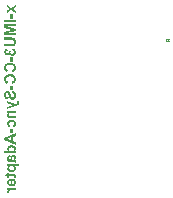
<source format=gbo>
G04*
G04 #@! TF.GenerationSoftware,Altium Limited,CircuitStudio,1.5.2 (30)*
G04*
G04 Layer_Color=13948096*
%FSLAX25Y25*%
%MOIN*%
G70*
G01*
G75*
%ADD16C,0.00079*%
G36*
X408440Y465082D02*
X407717D01*
Y466507D01*
X408440D01*
Y465082D01*
D02*
G37*
G36*
X409449Y464234D02*
X408590Y463921D01*
Y462411D01*
X409449Y462079D01*
Y461250D01*
X405668Y462762D01*
Y463572D01*
X409449Y465043D01*
Y464234D01*
D02*
G37*
G36*
X408207Y469518D02*
X408320Y469508D01*
X408428Y469491D01*
X408529Y469466D01*
X408622Y469439D01*
X408708Y469410D01*
X408787Y469378D01*
X408858Y469343D01*
X408922Y469311D01*
X408977Y469279D01*
X409023Y469250D01*
X409063Y469222D01*
X409092Y469198D01*
X409114Y469181D01*
X409127Y469171D01*
X409131Y469166D01*
X409198Y469097D01*
X409257Y469023D01*
X409306Y468945D01*
X409350Y468866D01*
X409387Y468785D01*
X409417Y468706D01*
X409444Y468627D01*
X409464Y468553D01*
X409478Y468482D01*
X409491Y468416D01*
X409498Y468357D01*
X409505Y468307D01*
Y468285D01*
X409508Y468266D01*
Y468248D01*
X409510Y468234D01*
Y468221D01*
Y468214D01*
Y468209D01*
Y468207D01*
X409508Y468111D01*
X409501Y468020D01*
X409488Y467934D01*
X409471Y467852D01*
X409454Y467776D01*
X409432Y467707D01*
X409410Y467646D01*
X409385Y467587D01*
X409363Y467537D01*
X409341Y467491D01*
X409318Y467454D01*
X409301Y467422D01*
X409284Y467397D01*
X409272Y467380D01*
X409264Y467368D01*
X409262Y467365D01*
X409213Y467309D01*
X409159Y467257D01*
X409099Y467208D01*
X409040Y467166D01*
X408979Y467127D01*
X408918Y467092D01*
X408856Y467060D01*
X408797Y467033D01*
X408740Y467008D01*
X408689Y466989D01*
X408642Y466974D01*
X408603Y466959D01*
X408568Y466950D01*
X408543Y466942D01*
X408534Y466940D01*
X408526D01*
X408524Y466937D01*
X408521D01*
X408401Y467651D01*
X408453Y467660D01*
X408499Y467675D01*
X408543Y467688D01*
X408585Y467702D01*
X408620Y467717D01*
X408654Y467734D01*
X408684Y467749D01*
X408708Y467764D01*
X408733Y467778D01*
X408753Y467793D01*
X408767Y467805D01*
X408782Y467815D01*
X408792Y467825D01*
X408799Y467833D01*
X408802Y467835D01*
X408804Y467837D01*
X408824Y467862D01*
X408841Y467889D01*
X408871Y467946D01*
X408890Y468002D01*
X408905Y468054D01*
X408913Y468103D01*
X408918Y468123D01*
Y468140D01*
X408920Y468155D01*
Y468165D01*
Y468172D01*
Y468175D01*
X408918Y468224D01*
X408910Y468273D01*
X408900Y468317D01*
X408888Y468359D01*
X408873Y468398D01*
X408856Y468435D01*
X408839Y468467D01*
X408819Y468497D01*
X408802Y468524D01*
X408785Y468548D01*
X408767Y468568D01*
X408753Y468585D01*
X408738Y468598D01*
X408728Y468608D01*
X408723Y468612D01*
X408721Y468615D01*
X408679Y468644D01*
X408632Y468669D01*
X408583Y468691D01*
X408529Y468708D01*
X408472Y468726D01*
X408413Y468738D01*
X408300Y468758D01*
X408246Y468762D01*
X408197Y468767D01*
X408150Y468772D01*
X408111Y468775D01*
X408079Y468777D01*
X408032D01*
X407953Y468775D01*
X407879Y468770D01*
X407810Y468762D01*
X407749Y468753D01*
X407692Y468740D01*
X407641Y468726D01*
X407594Y468713D01*
X407552Y468696D01*
X407518Y468681D01*
X407486Y468669D01*
X407461Y468654D01*
X407442Y468642D01*
X407424Y468632D01*
X407414Y468625D01*
X407407Y468620D01*
X407405Y468617D01*
X407373Y468585D01*
X407343Y468551D01*
X407318Y468516D01*
X407296Y468482D01*
X407279Y468445D01*
X407264Y468408D01*
X407250Y468374D01*
X407240Y468339D01*
X407232Y468307D01*
X407227Y468278D01*
X407223Y468251D01*
X407220Y468229D01*
X407218Y468211D01*
Y468197D01*
Y468187D01*
Y468184D01*
Y468148D01*
X407223Y468111D01*
X407235Y468047D01*
X407252Y467990D01*
X407272Y467941D01*
X407282Y467921D01*
X407291Y467904D01*
X407301Y467889D01*
X407309Y467874D01*
X407316Y467865D01*
X407321Y467857D01*
X407323Y467855D01*
X407326Y467852D01*
X407348Y467830D01*
X407370Y467808D01*
X407422Y467774D01*
X407476Y467744D01*
X407528Y467722D01*
X407574Y467707D01*
X407594Y467702D01*
X407614Y467697D01*
X407628Y467695D01*
X407638Y467692D01*
X407646Y467690D01*
X407648D01*
X407520Y466974D01*
X407439Y467001D01*
X407365Y467031D01*
X407296Y467063D01*
X407232Y467095D01*
X407173Y467132D01*
X407119Y467166D01*
X407070Y467200D01*
X407026Y467235D01*
X406989Y467269D01*
X406954Y467299D01*
X406927Y467328D01*
X406905Y467350D01*
X406885Y467373D01*
X406873Y467387D01*
X406866Y467397D01*
X406863Y467400D01*
X406824Y467456D01*
X406792Y467518D01*
X406763Y467582D01*
X406738Y467648D01*
X406718Y467715D01*
X406699Y467781D01*
X406686Y467845D01*
X406674Y467906D01*
X406664Y467965D01*
X406659Y468020D01*
X406654Y468069D01*
X406649Y468111D01*
Y468145D01*
X406647Y468172D01*
Y468182D01*
Y468189D01*
Y468192D01*
Y468194D01*
X406652Y468305D01*
X406664Y468411D01*
X406681Y468512D01*
X406706Y468605D01*
X406735Y468691D01*
X406767Y468770D01*
X406802Y468844D01*
X406836Y468910D01*
X406871Y468969D01*
X406905Y469021D01*
X406937Y469065D01*
X406967Y469100D01*
X406991Y469129D01*
X407009Y469149D01*
X407021Y469161D01*
X407026Y469166D01*
X407099Y469227D01*
X407181Y469284D01*
X407264Y469331D01*
X407350Y469373D01*
X407439Y469407D01*
X407528Y469437D01*
X407614Y469459D01*
X407697Y469478D01*
X407776Y469493D01*
X407850Y469503D01*
X407914Y469513D01*
X407943Y469515D01*
X407970Y469518D01*
X407997D01*
X408017Y469520D01*
X408037D01*
X408054Y469523D01*
X408083D01*
X408207Y469518D01*
D02*
G37*
G36*
X409456Y474831D02*
X409537Y474858D01*
X409611Y474888D01*
X409646Y474903D01*
X409675Y474917D01*
X409705Y474935D01*
X409729Y474949D01*
X409754Y474962D01*
X409773Y474976D01*
X409791Y474989D01*
X409805Y474999D01*
X409818Y475006D01*
X409825Y475013D01*
X409830Y475016D01*
X409833Y475018D01*
X409860Y475043D01*
X409882Y475070D01*
X409902Y475097D01*
X409919Y475127D01*
X409933Y475159D01*
X409946Y475190D01*
X409963Y475249D01*
X409970Y475279D01*
X409975Y475306D01*
X409978Y475331D01*
X409980Y475350D01*
X409983Y475368D01*
Y475380D01*
Y475390D01*
Y475392D01*
X409980Y475444D01*
X409978Y475498D01*
X409973Y475547D01*
X409965Y475596D01*
X409958Y475636D01*
X409956Y475653D01*
X409953Y475668D01*
X409951Y475680D01*
Y475690D01*
X409948Y475695D01*
Y475697D01*
X410517Y475633D01*
X410531Y475557D01*
X410541Y475483D01*
X410551Y475414D01*
X410556Y475353D01*
Y475326D01*
X410558Y475301D01*
Y475279D01*
X410561Y475259D01*
Y475245D01*
Y475235D01*
Y475227D01*
Y475225D01*
X410558Y475149D01*
X410553Y475080D01*
X410546Y475016D01*
X410539Y474962D01*
X410534Y474937D01*
X410531Y474917D01*
X410526Y474898D01*
X410524Y474883D01*
X410521Y474871D01*
X410519Y474861D01*
X410517Y474856D01*
Y474853D01*
X410499Y474794D01*
X410480Y474740D01*
X410457Y474693D01*
X410438Y474654D01*
X410421Y474622D01*
X410406Y474598D01*
X410396Y474583D01*
X410393Y474578D01*
X410361Y474536D01*
X410327Y474499D01*
X410293Y474465D01*
X410261Y474435D01*
X410231Y474411D01*
X410209Y474393D01*
X410199Y474389D01*
X410192Y474384D01*
X410189Y474379D01*
X410187D01*
X410162Y474361D01*
X410135Y474347D01*
X410076Y474315D01*
X410017Y474283D01*
X409958Y474256D01*
X409931Y474243D01*
X409904Y474231D01*
X409882Y474221D01*
X409862Y474214D01*
X409845Y474206D01*
X409833Y474201D01*
X409825Y474197D01*
X409823D01*
X409348Y474024D01*
X406711Y473055D01*
Y473808D01*
X408654Y474447D01*
X406711Y475102D01*
Y475874D01*
X409456Y474831D01*
D02*
G37*
G36*
X409449Y471872D02*
X408125D01*
X408049Y471870D01*
X407980Y471867D01*
X407916Y471865D01*
X407860Y471860D01*
X407808Y471855D01*
X407761Y471850D01*
X407722Y471845D01*
X407688Y471840D01*
X407658Y471835D01*
X407633Y471830D01*
X407614Y471825D01*
X407599Y471823D01*
X407587Y471820D01*
X407582Y471818D01*
X407579D01*
X407518Y471793D01*
X407466Y471761D01*
X407419Y471727D01*
X407380Y471692D01*
X407348Y471660D01*
X407326Y471636D01*
X407316Y471626D01*
X407311Y471619D01*
X407306Y471614D01*
Y471611D01*
X407272Y471555D01*
X407247Y471495D01*
X407227Y471437D01*
X407215Y471385D01*
X407208Y471341D01*
X407205Y471321D01*
Y471304D01*
X407203Y471289D01*
Y471279D01*
Y471274D01*
Y471272D01*
X407205Y471220D01*
X407215Y471171D01*
X407225Y471129D01*
X407240Y471092D01*
X407252Y471063D01*
X407264Y471040D01*
X407274Y471028D01*
X407277Y471023D01*
X407306Y470986D01*
X407338Y470954D01*
X407373Y470927D01*
X407405Y470908D01*
X407434Y470890D01*
X407456Y470881D01*
X407466Y470876D01*
X407473Y470873D01*
X407476Y470871D01*
X407478D01*
X407505Y470863D01*
X407540Y470856D01*
X407579Y470849D01*
X407623Y470844D01*
X407668Y470839D01*
X407717Y470836D01*
X407813Y470829D01*
X407860D01*
X407904Y470826D01*
X407946D01*
X407980Y470824D01*
X409449D01*
Y470098D01*
X407688D01*
X407633Y470101D01*
X407584Y470103D01*
X407537Y470106D01*
X407493Y470108D01*
X407454Y470111D01*
X407417Y470116D01*
X407385Y470118D01*
X407355Y470123D01*
X407331Y470128D01*
X407309Y470130D01*
X407291Y470133D01*
X407277Y470135D01*
X407267Y470138D01*
X407262Y470140D01*
X407259D01*
X407198Y470157D01*
X407141Y470179D01*
X407090Y470202D01*
X407045Y470226D01*
X407009Y470248D01*
X406994Y470258D01*
X406979Y470265D01*
X406969Y470273D01*
X406962Y470278D01*
X406959Y470280D01*
X406957Y470283D01*
X406908Y470325D01*
X406866Y470371D01*
X406826Y470423D01*
X406795Y470470D01*
X406770Y470514D01*
X406760Y470534D01*
X406750Y470551D01*
X406745Y470563D01*
X406740Y470573D01*
X406735Y470580D01*
Y470583D01*
X406706Y470659D01*
X406684Y470735D01*
X406669Y470807D01*
X406657Y470876D01*
X406654Y470905D01*
X406652Y470935D01*
X406649Y470959D01*
Y470979D01*
X406647Y470996D01*
Y471011D01*
Y471018D01*
Y471021D01*
X406649Y471070D01*
X406652Y471122D01*
X406667Y471215D01*
X406689Y471306D01*
X406718Y471392D01*
X406755Y471471D01*
X406795Y471545D01*
X406836Y471614D01*
X406878Y471675D01*
X406922Y471732D01*
X406964Y471781D01*
X407004Y471823D01*
X407038Y471860D01*
X407070Y471887D01*
X407092Y471906D01*
X407107Y471919D01*
X407109Y471924D01*
X406711D01*
Y472595D01*
X409449D01*
Y471872D01*
D02*
G37*
G36*
X408192Y461006D02*
X408310Y460996D01*
X408421Y460979D01*
X408521Y460959D01*
X408617Y460932D01*
X408703Y460905D01*
X408785Y460876D01*
X408856Y460844D01*
X408920Y460812D01*
X408974Y460782D01*
X409023Y460755D01*
X409060Y460728D01*
X409092Y460708D01*
X409114Y460691D01*
X409127Y460679D01*
X409131Y460676D01*
X409198Y460612D01*
X409257Y460544D01*
X409306Y460477D01*
X409350Y460408D01*
X409387Y460339D01*
X409417Y460273D01*
X409444Y460207D01*
X409464Y460145D01*
X409478Y460088D01*
X409491Y460034D01*
X409498Y459988D01*
X409505Y459946D01*
X409508Y459914D01*
X409510Y459887D01*
Y459879D01*
Y459872D01*
Y459870D01*
Y459867D01*
X409508Y459823D01*
X409505Y459781D01*
X409493Y459697D01*
X409473Y459619D01*
X409464Y459582D01*
X409454Y459550D01*
X409444Y459518D01*
X409434Y459491D01*
X409424Y459466D01*
X409414Y459446D01*
X409407Y459429D01*
X409402Y459417D01*
X409397Y459410D01*
Y459407D01*
X409375Y459365D01*
X409348Y459324D01*
X409294Y459247D01*
X409235Y459181D01*
X409208Y459149D01*
X409178Y459122D01*
X409154Y459097D01*
X409129Y459075D01*
X409104Y459055D01*
X409087Y459038D01*
X409070Y459026D01*
X409058Y459016D01*
X409050Y459011D01*
X409048Y459009D01*
X409449D01*
Y458337D01*
X405668D01*
Y459060D01*
X407031D01*
X406964Y459124D01*
X406903Y459191D01*
X406853Y459260D01*
X406809Y459326D01*
X406772Y459395D01*
X406740Y459461D01*
X406716Y459525D01*
X406694Y459584D01*
X406679Y459641D01*
X406667Y459695D01*
X406659Y459739D01*
X406652Y459781D01*
X406649Y459813D01*
X406647Y459838D01*
Y459845D01*
Y459852D01*
Y459855D01*
Y459857D01*
X406652Y459948D01*
X406662Y460037D01*
X406681Y460118D01*
X406704Y460197D01*
X406731Y460271D01*
X406763Y460337D01*
X406795Y460401D01*
X406829Y460458D01*
X406863Y460509D01*
X406895Y460554D01*
X406927Y460593D01*
X406954Y460625D01*
X406977Y460649D01*
X406996Y460669D01*
X407006Y460679D01*
X407011Y460684D01*
X407082Y460740D01*
X407161Y460792D01*
X407242Y460836D01*
X407328Y460873D01*
X407417Y460905D01*
X407505Y460930D01*
X407591Y460952D01*
X407675Y460969D01*
X407756Y460984D01*
X407830Y460994D01*
X407897Y461001D01*
X407926Y461004D01*
X407953Y461006D01*
X407980Y461009D01*
X408022D01*
X408039Y461011D01*
X408069D01*
X408192Y461006D01*
D02*
G37*
G36*
X408207Y449904D02*
X408305Y449894D01*
X408401Y449882D01*
X408489Y449865D01*
X408573Y449843D01*
X408649Y449821D01*
X408723Y449796D01*
X408787Y449771D01*
X408846Y449747D01*
X408898Y449722D01*
X408942Y449697D01*
X408979Y449678D01*
X409006Y449661D01*
X409028Y449648D01*
X409040Y449638D01*
X409045Y449636D01*
X409087Y449604D01*
X409127Y449567D01*
X409164Y449530D01*
X409198Y449493D01*
X409262Y449412D01*
X409313Y449326D01*
X409360Y449240D01*
X409397Y449151D01*
X409427Y449063D01*
X409451Y448979D01*
X409471Y448898D01*
X409486Y448822D01*
X409496Y448755D01*
X409501Y448723D01*
X409503Y448696D01*
X409505Y448669D01*
X409508Y448647D01*
Y448627D01*
X409510Y448610D01*
Y448595D01*
Y448586D01*
Y448581D01*
Y448578D01*
X409508Y448494D01*
X409501Y448416D01*
X409491Y448342D01*
X409478Y448271D01*
X409461Y448204D01*
X409444Y448143D01*
X409427Y448086D01*
X409407Y448034D01*
X409387Y447988D01*
X409370Y447946D01*
X409350Y447912D01*
X409336Y447882D01*
X409323Y447857D01*
X409313Y447843D01*
X409306Y447830D01*
X409304Y447828D01*
X409262Y447774D01*
X409218Y447722D01*
X409171Y447675D01*
X409122Y447631D01*
X409072Y447592D01*
X409021Y447555D01*
X408972Y447523D01*
X408922Y447493D01*
X408878Y447469D01*
X408836Y447447D01*
X408797Y447429D01*
X408765Y447415D01*
X408735Y447402D01*
X408716Y447395D01*
X408703Y447390D01*
X408699Y447388D01*
X408578Y448108D01*
X408615Y448121D01*
X408649Y448133D01*
X408681Y448148D01*
X408711Y448160D01*
X408738Y448175D01*
X408763Y448189D01*
X408785Y448204D01*
X408804Y448219D01*
X408839Y448246D01*
X408861Y448266D01*
X408873Y448280D01*
X408878Y448283D01*
Y448285D01*
X408908Y448330D01*
X408930Y448379D01*
X408947Y448426D01*
X408957Y448472D01*
X408964Y448512D01*
X408967Y448529D01*
Y448541D01*
X408969Y448554D01*
Y448563D01*
Y448568D01*
Y448571D01*
X408967Y448618D01*
X408962Y448662D01*
X408952Y448704D01*
X408942Y448743D01*
X408927Y448780D01*
X408913Y448814D01*
X408898Y448844D01*
X408881Y448873D01*
X408863Y448900D01*
X408849Y448923D01*
X408834Y448942D01*
X408819Y448959D01*
X408809Y448972D01*
X408799Y448982D01*
X408794Y448986D01*
X408792Y448989D01*
X408758Y449018D01*
X408718Y449046D01*
X408679Y449068D01*
X408637Y449087D01*
X408595Y449105D01*
X408553Y449117D01*
X408475Y449139D01*
X408435Y449146D01*
X408401Y449151D01*
X408371Y449156D01*
X408344Y449159D01*
X408322Y449161D01*
X408305Y449164D01*
X408290D01*
Y447348D01*
X408214D01*
X408138Y447351D01*
X408066Y447353D01*
X407997Y447358D01*
X407931Y447365D01*
X407867Y447373D01*
X407805Y447383D01*
X407744Y447395D01*
X407688Y447407D01*
X407633Y447420D01*
X407582Y447434D01*
X407533Y447449D01*
X407486Y447464D01*
X407442Y447481D01*
X407358Y447513D01*
X407287Y447545D01*
X407225Y447577D01*
X407171Y447607D01*
X407129Y447634D01*
X407095Y447656D01*
X407072Y447673D01*
X407058Y447683D01*
X407053Y447688D01*
X406981Y447756D01*
X406920Y447830D01*
X406863Y447907D01*
X406819Y447988D01*
X406780Y448067D01*
X406745Y448148D01*
X406718Y448226D01*
X406699Y448303D01*
X406681Y448374D01*
X406669Y448440D01*
X406659Y448499D01*
X406654Y448551D01*
X406652Y448573D01*
X406649Y448593D01*
Y448610D01*
X406647Y448625D01*
Y448637D01*
Y448645D01*
Y448650D01*
Y448652D01*
X406652Y448750D01*
X406664Y448846D01*
X406681Y448937D01*
X406706Y449021D01*
X406735Y449102D01*
X406770Y449176D01*
X406804Y449245D01*
X406839Y449306D01*
X406876Y449361D01*
X406910Y449410D01*
X406945Y449454D01*
X406972Y449488D01*
X406996Y449515D01*
X407016Y449535D01*
X407028Y449547D01*
X407033Y449552D01*
X407109Y449614D01*
X407191Y449668D01*
X407274Y449717D01*
X407363Y449756D01*
X407451Y449791D01*
X407540Y449821D01*
X407628Y449843D01*
X407712Y449862D01*
X407791Y449877D01*
X407865Y449887D01*
X407931Y449897D01*
X407961Y449899D01*
X407988Y449902D01*
X408012D01*
X408034Y449904D01*
X408054D01*
X408071Y449907D01*
X408101D01*
X408207Y449904D01*
D02*
G37*
G36*
X409449Y446062D02*
X408477D01*
X408418Y446059D01*
X408361D01*
X408310Y446057D01*
X408258D01*
X408209Y446054D01*
X408165Y446052D01*
X408081Y446047D01*
X408005Y446042D01*
X407938Y446037D01*
X407882Y446032D01*
X407833Y446027D01*
X407791Y446022D01*
X407756Y446017D01*
X407729Y446012D01*
X407710Y446007D01*
X407695Y446005D01*
X407688Y446003D01*
X407685D01*
X407646Y445990D01*
X407609Y445978D01*
X407577Y445963D01*
X407545Y445951D01*
X407518Y445936D01*
X407493Y445921D01*
X407471Y445909D01*
X407451Y445897D01*
X407434Y445885D01*
X407419Y445872D01*
X407400Y445853D01*
X407387Y445840D01*
X407382Y445835D01*
X407355Y445793D01*
X407333Y445749D01*
X407318Y445707D01*
X407309Y445666D01*
X407304Y445631D01*
X407299Y445602D01*
Y445592D01*
Y445584D01*
Y445579D01*
Y445577D01*
X407301Y445547D01*
X407304Y445518D01*
X407316Y445456D01*
X407336Y445400D01*
X407358Y445348D01*
X407380Y445304D01*
X407390Y445284D01*
X407397Y445269D01*
X407407Y445255D01*
X407412Y445245D01*
X407414Y445240D01*
X407417Y445237D01*
X406785Y445011D01*
X406760Y445055D01*
X406738Y445097D01*
X406721Y445142D01*
X406706Y445183D01*
X406681Y445265D01*
X406671Y445301D01*
X406664Y445336D01*
X406659Y445368D01*
X406654Y445397D01*
X406652Y445425D01*
X406649Y445447D01*
X406647Y445464D01*
Y445476D01*
Y445486D01*
Y445488D01*
X406652Y445552D01*
X406662Y445611D01*
X406674Y445666D01*
X406691Y445712D01*
X406708Y445749D01*
X406716Y445766D01*
X406721Y445779D01*
X406728Y445788D01*
X406731Y445796D01*
X406735Y445801D01*
Y445803D01*
X406755Y445830D01*
X406777Y445855D01*
X406802Y445882D01*
X406829Y445909D01*
X406890Y445961D01*
X406950Y446010D01*
X407009Y446052D01*
X407033Y446069D01*
X407055Y446084D01*
X407072Y446096D01*
X407087Y446106D01*
X407097Y446111D01*
X407099Y446113D01*
X406711D01*
Y446787D01*
X409449D01*
Y446062D01*
D02*
G37*
G36*
X407289Y451422D02*
X408615D01*
X408672Y451419D01*
X408723Y451417D01*
X408770D01*
X408812Y451415D01*
X408849Y451412D01*
X408881Y451410D01*
X408910Y451407D01*
X408932Y451405D01*
X408952Y451402D01*
X408967D01*
X408979Y451400D01*
X408986Y451397D01*
X408994D01*
X409058Y451385D01*
X409112Y451370D01*
X409161Y451353D01*
X409200Y451336D01*
X409235Y451321D01*
X409257Y451309D01*
X409272Y451299D01*
X409274Y451297D01*
X409277D01*
X409313Y451264D01*
X409345Y451230D01*
X409375Y451191D01*
X409400Y451154D01*
X409419Y451119D01*
X409434Y451090D01*
X409439Y451080D01*
X409444Y451073D01*
X409446Y451068D01*
Y451065D01*
X409469Y451004D01*
X409483Y450942D01*
X409496Y450883D01*
X409503Y450829D01*
X409505Y450805D01*
X409508Y450782D01*
Y450760D01*
X409510Y450743D01*
Y450731D01*
Y450721D01*
Y450713D01*
Y450711D01*
X409508Y450652D01*
X409505Y450595D01*
X409501Y450539D01*
X409493Y450487D01*
X409486Y450435D01*
X409476Y450389D01*
X409466Y450345D01*
X409456Y450305D01*
X409446Y450268D01*
X409439Y450234D01*
X409429Y450207D01*
X409422Y450182D01*
X409414Y450162D01*
X409410Y450150D01*
X409405Y450140D01*
Y450138D01*
X408841Y450202D01*
X408863Y450268D01*
X408881Y450327D01*
X408893Y450376D01*
X408900Y450418D01*
X408905Y450450D01*
X408910Y450472D01*
Y450487D01*
Y450492D01*
X408908Y450517D01*
X408905Y450541D01*
X408900Y450563D01*
X408893Y450581D01*
X408885Y450595D01*
X408881Y450605D01*
X408878Y450613D01*
X408876Y450615D01*
X408861Y450632D01*
X408846Y450645D01*
X408831Y450657D01*
X408817Y450664D01*
X408804Y450672D01*
X408794Y450677D01*
X408787Y450679D01*
X408785D01*
X408770Y450681D01*
X408750Y450684D01*
X408728Y450686D01*
X408699D01*
X408669Y450689D01*
X408635Y450691D01*
X408534D01*
X408502Y450694D01*
X407289D01*
Y450199D01*
X406711D01*
Y450694D01*
X405742D01*
X406165Y451422D01*
X406711D01*
Y451754D01*
X407289D01*
Y451422D01*
D02*
G37*
G36*
X408765Y457811D02*
X408826Y457803D01*
X408885Y457791D01*
X408940Y457774D01*
X408991Y457756D01*
X409038Y457737D01*
X409082Y457715D01*
X409124Y457690D01*
X409159Y457668D01*
X409191Y457646D01*
X409218Y457626D01*
X409240Y457606D01*
X409257Y457592D01*
X409272Y457579D01*
X409279Y457572D01*
X409281Y457570D01*
X409321Y457523D01*
X409358Y457471D01*
X409387Y457417D01*
X409414Y457363D01*
X409437Y457306D01*
X409454Y457252D01*
X409469Y457198D01*
X409481Y457144D01*
X409491Y457095D01*
X409498Y457050D01*
X409503Y457009D01*
X409508Y456972D01*
Y456942D01*
X409510Y456922D01*
Y456908D01*
Y456903D01*
X409505Y456814D01*
X409496Y456731D01*
X409483Y456654D01*
X409473Y456617D01*
X409466Y456586D01*
X409459Y456556D01*
X409449Y456529D01*
X409441Y456507D01*
X409437Y456487D01*
X409429Y456472D01*
X409427Y456460D01*
X409422Y456453D01*
Y456450D01*
X409385Y456371D01*
X409341Y456300D01*
X409296Y456231D01*
X409274Y456202D01*
X409252Y456172D01*
X409232Y456148D01*
X409213Y456123D01*
X409195Y456103D01*
X409181Y456086D01*
X409168Y456071D01*
X409159Y456062D01*
X409154Y456057D01*
X409151Y456054D01*
X409161Y456049D01*
X409173Y456047D01*
X409200Y456037D01*
X409213Y456032D01*
X409225Y456030D01*
X409232Y456027D01*
X409235D01*
X409284Y456012D01*
X409328Y455998D01*
X409365Y455988D01*
X409395Y455978D01*
X409419Y455968D01*
X409437Y455963D01*
X409446Y455958D01*
X409449D01*
Y455240D01*
X409377Y455272D01*
X409309Y455301D01*
X409247Y455324D01*
X409193Y455341D01*
X409168Y455348D01*
X409146Y455353D01*
X409129Y455360D01*
X409112Y455363D01*
X409099Y455365D01*
X409090Y455368D01*
X409085Y455370D01*
X409082D01*
X409048Y455375D01*
X409011Y455382D01*
X408969Y455385D01*
X408927Y455390D01*
X408839Y455397D01*
X408750Y455400D01*
X408711Y455402D01*
X408672D01*
X408637Y455405D01*
X408548D01*
X407702Y455397D01*
X407616D01*
X407540Y455402D01*
X407466Y455407D01*
X407402Y455412D01*
X407343Y455419D01*
X407289Y455429D01*
X407242Y455437D01*
X407200Y455446D01*
X407166Y455456D01*
X407136Y455464D01*
X407109Y455474D01*
X407090Y455481D01*
X407075Y455486D01*
X407063Y455491D01*
X407058Y455496D01*
X407055D01*
X407023Y455515D01*
X406991Y455538D01*
X406935Y455589D01*
X406885Y455643D01*
X406841Y455700D01*
X406809Y455749D01*
X406795Y455771D01*
X406782Y455791D01*
X406775Y455808D01*
X406767Y455820D01*
X406765Y455828D01*
X406763Y455830D01*
X406743Y455877D01*
X406723Y455929D01*
X406708Y455985D01*
X406696Y456042D01*
X406674Y456162D01*
X406667Y456221D01*
X406662Y456278D01*
X406657Y456335D01*
X406652Y456386D01*
X406649Y456430D01*
Y456472D01*
X406647Y456504D01*
Y456529D01*
Y456539D01*
Y456546D01*
Y456549D01*
Y456551D01*
X406649Y456647D01*
X406654Y456738D01*
X406664Y456824D01*
X406676Y456903D01*
X406691Y456974D01*
X406708Y457041D01*
X406726Y457100D01*
X406743Y457154D01*
X406760Y457200D01*
X406777Y457242D01*
X406795Y457277D01*
X406809Y457304D01*
X406821Y457326D01*
X406831Y457343D01*
X406836Y457353D01*
X406839Y457355D01*
X406878Y457405D01*
X406920Y457449D01*
X406964Y457491D01*
X407011Y457530D01*
X407060Y457565D01*
X407109Y457596D01*
X407159Y457624D01*
X407205Y457648D01*
X407250Y457670D01*
X407291Y457690D01*
X407328Y457705D01*
X407363Y457717D01*
X407390Y457727D01*
X407409Y457734D01*
X407422Y457737D01*
X407427Y457739D01*
X407545Y457080D01*
X407510Y457068D01*
X407478Y457053D01*
X407449Y457038D01*
X407424Y457023D01*
X407377Y456996D01*
X407341Y456967D01*
X407313Y456942D01*
X407294Y456922D01*
X407282Y456910D01*
X407279Y456905D01*
X407255Y456861D01*
X407235Y456812D01*
X407223Y456763D01*
X407213Y456713D01*
X407208Y456669D01*
X407205Y456652D01*
X407203Y456635D01*
Y456622D01*
Y456610D01*
Y456605D01*
Y456603D01*
Y456551D01*
X407208Y456504D01*
X407210Y456460D01*
X407218Y456421D01*
X407223Y456386D01*
X407230Y456354D01*
X407240Y456327D01*
X407247Y456300D01*
X407255Y456280D01*
X407264Y456261D01*
X407272Y456246D01*
X407277Y456234D01*
X407284Y456226D01*
X407287Y456219D01*
X407291Y456214D01*
X407309Y456197D01*
X407331Y456180D01*
X407375Y456155D01*
X407424Y456135D01*
X407473Y456123D01*
X407518Y456116D01*
X407537Y456113D01*
X407555D01*
X407569Y456111D01*
X407663D01*
X407678Y456150D01*
X407695Y456197D01*
X407710Y456249D01*
X407724Y456303D01*
X407739Y456359D01*
X407754Y456418D01*
X407781Y456536D01*
X407793Y456590D01*
X407805Y456642D01*
X407815Y456691D01*
X407823Y456731D01*
X407830Y456765D01*
X407835Y456792D01*
X407837Y456802D01*
X407840Y456809D01*
Y456812D01*
Y456814D01*
X407855Y456883D01*
X407867Y456947D01*
X407882Y457006D01*
X407897Y457063D01*
X407911Y457114D01*
X407926Y457164D01*
X407938Y457205D01*
X407951Y457245D01*
X407963Y457279D01*
X407975Y457309D01*
X407985Y457333D01*
X407993Y457355D01*
X408000Y457370D01*
X408005Y457382D01*
X408010Y457390D01*
Y457392D01*
X408049Y457464D01*
X408093Y457525D01*
X408140Y457577D01*
X408184Y457621D01*
X408224Y457656D01*
X408243Y457670D01*
X408258Y457683D01*
X408271Y457690D01*
X408280Y457697D01*
X408285Y457700D01*
X408288Y457702D01*
X408322Y457722D01*
X408357Y457739D01*
X408428Y457766D01*
X408499Y457786D01*
X408563Y457798D01*
X408593Y457803D01*
X408617Y457808D01*
X408642Y457811D01*
X408662D01*
X408679Y457813D01*
X408701D01*
X408765Y457811D01*
D02*
G37*
G36*
X410489Y453978D02*
X409112D01*
X409151Y453941D01*
X409188Y453902D01*
X409223Y453867D01*
X409252Y453830D01*
X409281Y453798D01*
X409306Y453766D01*
X409328Y453734D01*
X409348Y453707D01*
X409365Y453680D01*
X409382Y453658D01*
X409395Y453638D01*
X409405Y453621D01*
X409412Y453606D01*
X409417Y453597D01*
X409422Y453592D01*
Y453589D01*
X409451Y453518D01*
X409473Y453446D01*
X409488Y453378D01*
X409498Y453314D01*
X409503Y453287D01*
X409505Y453260D01*
X409508Y453237D01*
Y453218D01*
X409510Y453200D01*
Y453188D01*
Y453181D01*
Y453178D01*
X409505Y453090D01*
X409493Y453006D01*
X409476Y452925D01*
X409451Y452851D01*
X409422Y452777D01*
X409390Y452711D01*
X409355Y452649D01*
X409321Y452593D01*
X409286Y452544D01*
X409252Y452497D01*
X409220Y452458D01*
X409191Y452426D01*
X409166Y452401D01*
X409149Y452381D01*
X409136Y452372D01*
X409131Y452367D01*
X409058Y452308D01*
X408977Y452256D01*
X408890Y452209D01*
X408804Y452172D01*
X408716Y452138D01*
X408627Y452111D01*
X408539Y452089D01*
X408455Y452071D01*
X408374Y452057D01*
X408300Y452047D01*
X408234Y452039D01*
X408204Y452037D01*
X408177Y452035D01*
X408152Y452032D01*
X408130D01*
X408111Y452030D01*
X408064D01*
X407943Y452032D01*
X407828Y452044D01*
X407719Y452062D01*
X407621Y452081D01*
X407528Y452108D01*
X407442Y452135D01*
X407363Y452165D01*
X407294Y452197D01*
X407230Y452229D01*
X407176Y452258D01*
X407129Y452285D01*
X407092Y452313D01*
X407063Y452332D01*
X407041Y452349D01*
X407028Y452359D01*
X407023Y452364D01*
X406957Y452428D01*
X406898Y452494D01*
X406849Y452561D01*
X406807Y452630D01*
X406770Y452699D01*
X406738Y452765D01*
X406713Y452832D01*
X406694Y452893D01*
X406679Y452952D01*
X406667Y453004D01*
X406659Y453053D01*
X406652Y453095D01*
X406649Y453127D01*
X406647Y453151D01*
Y453161D01*
Y453168D01*
Y453171D01*
Y453173D01*
X406649Y453225D01*
X406652Y453274D01*
X406667Y453365D01*
X406676Y453410D01*
X406689Y453451D01*
X406701Y453488D01*
X406711Y453525D01*
X406723Y453557D01*
X406735Y453584D01*
X406748Y453609D01*
X406758Y453631D01*
X406765Y453648D01*
X406772Y453660D01*
X406775Y453668D01*
X406777Y453670D01*
X406829Y453749D01*
X406883Y453820D01*
X406913Y453852D01*
X406940Y453882D01*
X406967Y453909D01*
X406991Y453934D01*
X407016Y453953D01*
X407041Y453973D01*
X407060Y453990D01*
X407077Y454003D01*
X407092Y454012D01*
X407102Y454020D01*
X407109Y454025D01*
X407112Y454027D01*
X406711D01*
Y454704D01*
X410489D01*
Y453978D01*
D02*
G37*
G36*
X409449Y500656D02*
X406472D01*
X409449Y499908D01*
Y499173D01*
X406472Y498423D01*
X409449D01*
Y497712D01*
X405668D01*
Y498858D01*
X408248Y499537D01*
X405668Y500223D01*
Y501365D01*
X409449D01*
Y500656D01*
D02*
G37*
G36*
X407909Y496956D02*
X408010Y496952D01*
X408103Y496947D01*
X408189Y496942D01*
X408268Y496934D01*
X408339Y496930D01*
X408403Y496922D01*
X408460Y496915D01*
X408509Y496907D01*
X408548Y496902D01*
X408583Y496898D01*
X408610Y496893D01*
X408630Y496888D01*
X408639Y496885D01*
X408644D01*
X408686Y496875D01*
X408726Y496861D01*
X408802Y496831D01*
X408873Y496794D01*
X408905Y496777D01*
X408937Y496760D01*
X408964Y496742D01*
X408989Y496725D01*
X409011Y496710D01*
X409031Y496698D01*
X409045Y496686D01*
X409055Y496679D01*
X409063Y496674D01*
X409065Y496671D01*
X409102Y496639D01*
X409136Y496605D01*
X409200Y496533D01*
X409255Y496460D01*
X409301Y496388D01*
X409321Y496356D01*
X409341Y496327D01*
X409355Y496297D01*
X409368Y496275D01*
X409377Y496255D01*
X409385Y496241D01*
X409387Y496231D01*
X409390Y496228D01*
X409412Y496172D01*
X409429Y496113D01*
X409446Y496049D01*
X409461Y495982D01*
X409483Y495845D01*
X409491Y495778D01*
X409498Y495712D01*
X409503Y495650D01*
X409505Y495594D01*
X409508Y495540D01*
X409510Y495495D01*
X409513Y495458D01*
Y495444D01*
Y495431D01*
Y495422D01*
Y495412D01*
Y495409D01*
Y495407D01*
X409510Y495323D01*
X409508Y495247D01*
X409503Y495173D01*
X409496Y495104D01*
X409486Y495038D01*
X409476Y494979D01*
X409466Y494925D01*
X409456Y494873D01*
X409446Y494829D01*
X409437Y494789D01*
X409427Y494757D01*
X409417Y494728D01*
X409410Y494708D01*
X409405Y494691D01*
X409400Y494681D01*
Y494679D01*
X409377Y494627D01*
X409353Y494580D01*
X409328Y494533D01*
X409304Y494492D01*
X409277Y494452D01*
X409252Y494415D01*
X409227Y494383D01*
X409203Y494354D01*
X409181Y494327D01*
X409159Y494302D01*
X409139Y494282D01*
X409124Y494265D01*
X409109Y494253D01*
X409099Y494243D01*
X409095Y494238D01*
X409092Y494236D01*
X409055Y494206D01*
X409016Y494177D01*
X408935Y494130D01*
X408856Y494091D01*
X408782Y494059D01*
X408748Y494046D01*
X408716Y494034D01*
X408689Y494027D01*
X408664Y494019D01*
X408644Y494014D01*
X408630Y494009D01*
X408620Y494007D01*
X408617D01*
X408561Y493995D01*
X408494Y493985D01*
X408423Y493977D01*
X408347Y493970D01*
X408268Y493963D01*
X408189Y493958D01*
X408108Y493955D01*
X408029Y493950D01*
X407956Y493948D01*
X407884Y493946D01*
X407820D01*
X407766Y493943D01*
X405668D01*
Y494708D01*
X407842D01*
X407916Y494711D01*
X407988D01*
X408051Y494713D01*
X408108Y494715D01*
X408162Y494718D01*
X408209Y494723D01*
X408251Y494725D01*
X408288Y494728D01*
X408317Y494733D01*
X408344Y494735D01*
X408366Y494738D01*
X408381Y494740D01*
X408393D01*
X408401Y494742D01*
X408403D01*
X408438Y494750D01*
X408472Y494760D01*
X408534Y494787D01*
X408590Y494819D01*
X408637Y494853D01*
X408657Y494871D01*
X408676Y494885D01*
X408691Y494900D01*
X408703Y494912D01*
X408713Y494925D01*
X408721Y494932D01*
X408726Y494937D01*
X408728Y494939D01*
X408750Y494971D01*
X408772Y495008D01*
X408789Y495045D01*
X408804Y495084D01*
X408829Y495166D01*
X408844Y495247D01*
X408849Y495284D01*
X408853Y495318D01*
X408856Y495348D01*
X408858Y495375D01*
X408861Y495397D01*
Y495414D01*
Y495424D01*
Y495429D01*
X408858Y495488D01*
X408856Y495542D01*
X408849Y495594D01*
X408839Y495643D01*
X408829Y495687D01*
X408817Y495729D01*
X408804Y495766D01*
X408789Y495800D01*
X408777Y495832D01*
X408765Y495857D01*
X408753Y495882D01*
X408743Y495899D01*
X408733Y495914D01*
X408726Y495923D01*
X408723Y495931D01*
X408721Y495933D01*
X408694Y495965D01*
X408664Y495997D01*
X408635Y496024D01*
X408603Y496046D01*
X408573Y496068D01*
X408541Y496088D01*
X408482Y496120D01*
X408455Y496132D01*
X408430Y496142D01*
X408408Y496150D01*
X408389Y496157D01*
X408371Y496162D01*
X408359Y496164D01*
X408352Y496167D01*
X408349D01*
X408317Y496172D01*
X408280Y496177D01*
X408236Y496182D01*
X408189Y496184D01*
X408138Y496187D01*
X408086Y496189D01*
X407978Y496192D01*
X407926Y496194D01*
X407879D01*
X407835Y496196D01*
X405668D01*
Y496959D01*
X407801D01*
X407909Y496956D01*
D02*
G37*
G36*
X408534Y493313D02*
X408615Y493294D01*
X408694Y493269D01*
X408767Y493242D01*
X408836Y493210D01*
X408900Y493178D01*
X408959Y493144D01*
X409013Y493109D01*
X409060Y493077D01*
X409102Y493043D01*
X409136Y493013D01*
X409166Y492989D01*
X409191Y492966D01*
X409205Y492949D01*
X409218Y492939D01*
X409220Y492934D01*
X409272Y492868D01*
X409316Y492799D01*
X409355Y492730D01*
X409390Y492659D01*
X409417Y492585D01*
X409441Y492516D01*
X409461Y492447D01*
X409476Y492381D01*
X409488Y492319D01*
X409498Y492260D01*
X409503Y492211D01*
X409508Y492167D01*
X409510Y492130D01*
X409513Y492115D01*
Y492103D01*
Y492093D01*
Y492086D01*
Y492083D01*
Y492081D01*
X409508Y491982D01*
X409498Y491887D01*
X409481Y491795D01*
X409459Y491712D01*
X409432Y491631D01*
X409402Y491557D01*
X409370Y491488D01*
X409338Y491424D01*
X409306Y491370D01*
X409274Y491318D01*
X409245Y491276D01*
X409218Y491242D01*
X409195Y491212D01*
X409178Y491193D01*
X409168Y491181D01*
X409164Y491176D01*
X409097Y491112D01*
X409026Y491055D01*
X408954Y491006D01*
X408883Y490964D01*
X408812Y490930D01*
X408740Y490900D01*
X408672Y490875D01*
X408607Y490856D01*
X408546Y490841D01*
X408489Y490831D01*
X408440Y490821D01*
X408398Y490816D01*
X408364Y490814D01*
X408337Y490811D01*
X408315D01*
X408251Y490814D01*
X408192Y490819D01*
X408133Y490829D01*
X408079Y490841D01*
X408027Y490858D01*
X407980Y490873D01*
X407934Y490893D01*
X407894Y490910D01*
X407857Y490927D01*
X407825Y490947D01*
X407796Y490962D01*
X407774Y490976D01*
X407754Y490991D01*
X407739Y491001D01*
X407732Y491006D01*
X407729Y491008D01*
X407685Y491045D01*
X407646Y491087D01*
X407609Y491129D01*
X407577Y491171D01*
X407550Y491215D01*
X407523Y491257D01*
X407501Y491301D01*
X407481Y491340D01*
X407466Y491380D01*
X407451Y491414D01*
X407439Y491446D01*
X407432Y491473D01*
X407424Y491495D01*
X407419Y491513D01*
X407417Y491522D01*
Y491527D01*
X407387Y491478D01*
X407358Y491431D01*
X407328Y491387D01*
X407296Y491348D01*
X407264Y491308D01*
X407232Y491274D01*
X407200Y491242D01*
X407166Y491212D01*
X407099Y491158D01*
X407036Y491114D01*
X406969Y491077D01*
X406908Y491050D01*
X406849Y491028D01*
X406795Y491011D01*
X406748Y490998D01*
X406704Y490989D01*
X406669Y490984D01*
X406644Y490981D01*
X406622D01*
X406558Y490984D01*
X406494Y490993D01*
X406433Y491006D01*
X406376Y491023D01*
X406320Y491043D01*
X406268Y491065D01*
X406219Y491089D01*
X406175Y491114D01*
X406135Y491139D01*
X406098Y491163D01*
X406069Y491185D01*
X406042Y491205D01*
X406020Y491222D01*
X406005Y491235D01*
X405995Y491244D01*
X405993Y491247D01*
X405934Y491311D01*
X405879Y491377D01*
X405835Y491446D01*
X405796Y491517D01*
X405764Y491589D01*
X405737Y491660D01*
X405715Y491732D01*
X405695Y491798D01*
X405683Y491862D01*
X405670Y491919D01*
X405663Y491973D01*
X405658Y492017D01*
X405655Y492054D01*
X405653Y492068D01*
Y492081D01*
Y492091D01*
Y492098D01*
Y492103D01*
Y492105D01*
X405655Y492162D01*
X405658Y492219D01*
X405663Y492273D01*
X405670Y492324D01*
X405680Y492374D01*
X405690Y492420D01*
X405700Y492465D01*
X405712Y492504D01*
X405722Y492541D01*
X405734Y492573D01*
X405744Y492600D01*
X405751Y492625D01*
X405761Y492644D01*
X405766Y492657D01*
X405769Y492666D01*
X405771Y492669D01*
X405793Y492716D01*
X405818Y492757D01*
X405845Y492799D01*
X405869Y492836D01*
X405897Y492871D01*
X405924Y492903D01*
X405951Y492932D01*
X405975Y492959D01*
X406000Y492981D01*
X406022Y493003D01*
X406042Y493020D01*
X406059Y493033D01*
X406074Y493045D01*
X406083Y493052D01*
X406091Y493057D01*
X406093Y493060D01*
X406133Y493084D01*
X406175Y493109D01*
X406266Y493151D01*
X406357Y493188D01*
X406443Y493217D01*
X406482Y493230D01*
X406521Y493242D01*
X406553Y493252D01*
X406583Y493259D01*
X406607Y493264D01*
X406625Y493269D01*
X406635Y493271D01*
X406639D01*
X406753Y492602D01*
X406708Y492595D01*
X406667Y492588D01*
X406627Y492578D01*
X406590Y492565D01*
X406556Y492553D01*
X406526Y492541D01*
X406499Y492526D01*
X406472Y492514D01*
X406450Y492499D01*
X406433Y492487D01*
X406416Y492477D01*
X406403Y492465D01*
X406391Y492457D01*
X406384Y492450D01*
X406381Y492447D01*
X406379Y492445D01*
X406357Y492420D01*
X406334Y492393D01*
X406317Y492366D01*
X406302Y492339D01*
X406280Y492285D01*
X406266Y492236D01*
X406256Y492192D01*
X406253Y492172D01*
X406251Y492157D01*
X406248Y492142D01*
Y492133D01*
Y492128D01*
Y492125D01*
Y492091D01*
X406253Y492059D01*
X406266Y491997D01*
X406285Y491946D01*
X406305Y491904D01*
X406325Y491869D01*
X406344Y491842D01*
X406352Y491835D01*
X406357Y491827D01*
X406359Y491825D01*
X406361Y491822D01*
X406384Y491803D01*
X406408Y491786D01*
X406458Y491756D01*
X406507Y491736D01*
X406556Y491724D01*
X406600Y491714D01*
X406617Y491712D01*
X406635D01*
X406647Y491709D01*
X406667D01*
X406708Y491712D01*
X406745Y491717D01*
X406782Y491724D01*
X406817Y491734D01*
X406849Y491746D01*
X406878Y491759D01*
X406905Y491773D01*
X406930Y491786D01*
X406952Y491800D01*
X406972Y491815D01*
X406986Y491827D01*
X407001Y491840D01*
X407011Y491850D01*
X407018Y491857D01*
X407023Y491862D01*
X407026Y491864D01*
X407050Y491894D01*
X407070Y491928D01*
X407087Y491963D01*
X407102Y492000D01*
X407114Y492036D01*
X407127Y492076D01*
X407141Y492147D01*
X407146Y492182D01*
X407149Y492214D01*
X407151Y492241D01*
X407154Y492265D01*
Y492285D01*
Y492302D01*
Y492312D01*
Y492314D01*
X407744Y492393D01*
X407727Y492322D01*
X407712Y492260D01*
X407702Y492204D01*
X407697Y492155D01*
X407695Y492133D01*
X407692Y492115D01*
Y492098D01*
X407690Y492086D01*
Y492076D01*
Y492068D01*
Y492064D01*
Y492061D01*
X407692Y492022D01*
X407697Y491985D01*
X407705Y491950D01*
X407715Y491916D01*
X407742Y491854D01*
X407754Y491827D01*
X407769Y491803D01*
X407786Y491781D01*
X407798Y491759D01*
X407813Y491744D01*
X407825Y491729D01*
X407835Y491717D01*
X407842Y491709D01*
X407847Y491704D01*
X407850Y491702D01*
X407882Y491675D01*
X407914Y491653D01*
X407948Y491633D01*
X407985Y491616D01*
X408022Y491601D01*
X408056Y491591D01*
X408125Y491572D01*
X408157Y491567D01*
X408187Y491562D01*
X408214Y491559D01*
X408239Y491557D01*
X408256Y491554D01*
X408283D01*
X408337Y491557D01*
X408386Y491562D01*
X408433Y491569D01*
X408477Y491579D01*
X408519Y491591D01*
X408556Y491604D01*
X408590Y491618D01*
X408622Y491631D01*
X408649Y491645D01*
X408674Y491660D01*
X408694Y491673D01*
X408711Y491685D01*
X408726Y491695D01*
X408735Y491702D01*
X408740Y491707D01*
X408743Y491709D01*
X408772Y491739D01*
X408799Y491768D01*
X408821Y491800D01*
X408841Y491832D01*
X408858Y491864D01*
X408871Y491896D01*
X408883Y491926D01*
X408890Y491955D01*
X408898Y491982D01*
X408903Y492007D01*
X408908Y492029D01*
X408910Y492049D01*
X408913Y492064D01*
Y492076D01*
Y492083D01*
Y492086D01*
X408910Y492125D01*
X408908Y492162D01*
X408900Y492196D01*
X408890Y492228D01*
X408868Y492290D01*
X408841Y492342D01*
X408829Y492364D01*
X408817Y492386D01*
X408804Y492401D01*
X408794Y492415D01*
X408785Y492428D01*
X408777Y492435D01*
X408775Y492440D01*
X408772Y492442D01*
X408745Y492470D01*
X408713Y492492D01*
X408681Y492514D01*
X408647Y492533D01*
X408580Y492563D01*
X408514Y492588D01*
X408482Y492597D01*
X408455Y492605D01*
X408428Y492610D01*
X408406Y492615D01*
X408386Y492617D01*
X408374Y492620D01*
X408364Y492622D01*
X408361D01*
X408445Y493326D01*
X408534Y493313D01*
D02*
G37*
G36*
X409449Y507028D02*
X408600Y506464D01*
X409449Y505908D01*
Y505018D01*
X408007Y506032D01*
X406711Y505102D01*
Y505955D01*
X407464Y506464D01*
X406711Y506949D01*
Y507835D01*
X408039Y506888D01*
X409449Y507876D01*
Y507028D01*
D02*
G37*
G36*
X408440Y503247D02*
X407717D01*
Y504671D01*
X408440D01*
Y503247D01*
D02*
G37*
G36*
X409449Y502083D02*
X405668D01*
Y502848D01*
X409449D01*
Y502083D01*
D02*
G37*
G36*
X407675Y484757D02*
X407754Y484755D01*
X407833Y484748D01*
X407909Y484740D01*
X408054Y484716D01*
X408187Y484684D01*
X408251Y484666D01*
X408312Y484647D01*
X408371Y484627D01*
X408428Y484607D01*
X408482Y484585D01*
X408534Y484563D01*
X408583Y484541D01*
X408630Y484516D01*
X408674Y484494D01*
X408716Y484472D01*
X408753Y484450D01*
X408789Y484428D01*
X408821Y484408D01*
X408851Y484388D01*
X408881Y484369D01*
X408905Y484351D01*
X408927Y484334D01*
X408945Y484319D01*
X408962Y484307D01*
X408974Y484295D01*
X408986Y484288D01*
X408994Y484280D01*
X408996Y484278D01*
X408999Y484275D01*
X409045Y484229D01*
X409090Y484182D01*
X409129Y484133D01*
X409168Y484081D01*
X409203Y484032D01*
X409237Y483980D01*
X409296Y483877D01*
X409345Y483771D01*
X409387Y483668D01*
X409422Y483569D01*
X409449Y483473D01*
X409469Y483382D01*
X409486Y483299D01*
X409491Y483262D01*
X409498Y483225D01*
X409501Y483190D01*
X409505Y483161D01*
X409508Y483134D01*
X409510Y483109D01*
Y483087D01*
X409513Y483070D01*
Y483055D01*
Y483043D01*
Y483038D01*
Y483035D01*
X409510Y482925D01*
X409501Y482819D01*
X409486Y482718D01*
X409466Y482622D01*
X409444Y482534D01*
X409417Y482450D01*
X409390Y482374D01*
X409363Y482305D01*
X409336Y482243D01*
X409309Y482189D01*
X409281Y482142D01*
X409259Y482103D01*
X409240Y482071D01*
X409225Y482049D01*
X409215Y482037D01*
X409213Y482032D01*
X409154Y481960D01*
X409087Y481894D01*
X409016Y481833D01*
X408942Y481776D01*
X408866Y481724D01*
X408789Y481677D01*
X408716Y481636D01*
X408642Y481599D01*
X408571Y481567D01*
X408507Y481540D01*
X408448Y481515D01*
X408396Y481495D01*
X408374Y481488D01*
X408354Y481481D01*
X408337Y481476D01*
X408322Y481471D01*
X408310Y481468D01*
X408302Y481466D01*
X408297Y481463D01*
X408295D01*
X408059Y482204D01*
X408135Y482224D01*
X408204Y482246D01*
X408271Y482268D01*
X408329Y482295D01*
X408384Y482319D01*
X408435Y482347D01*
X408480Y482374D01*
X408519Y482398D01*
X408556Y482423D01*
X408585Y482445D01*
X408610Y482467D01*
X408632Y482484D01*
X408649Y482499D01*
X408659Y482511D01*
X408667Y482519D01*
X408669Y482521D01*
X408703Y482563D01*
X408733Y482607D01*
X408758Y482652D01*
X408780Y482696D01*
X408799Y482740D01*
X408814Y482782D01*
X408826Y482824D01*
X408836Y482863D01*
X408844Y482900D01*
X408851Y482935D01*
X408856Y482967D01*
X408858Y482991D01*
Y483013D01*
X408861Y483031D01*
Y483040D01*
Y483043D01*
X408858Y483119D01*
X408849Y483190D01*
X408834Y483259D01*
X408814Y483321D01*
X408789Y483382D01*
X408765Y483436D01*
X408738Y483488D01*
X408708Y483532D01*
X408681Y483574D01*
X408654Y483611D01*
X408627Y483641D01*
X408605Y483668D01*
X408585Y483687D01*
X408571Y483702D01*
X408561Y483712D01*
X408558Y483714D01*
X408497Y483759D01*
X408426Y483801D01*
X408352Y483835D01*
X408271Y483864D01*
X408187Y483889D01*
X408101Y483909D01*
X408015Y483926D01*
X407931Y483941D01*
X407852Y483951D01*
X407779Y483958D01*
X407710Y483965D01*
X407680Y483968D01*
X407653D01*
X407626Y483970D01*
X407604D01*
X407584Y483973D01*
X407535D01*
X407412Y483970D01*
X407299Y483960D01*
X407193Y483948D01*
X407097Y483931D01*
X407009Y483911D01*
X406930Y483889D01*
X406856Y483867D01*
X406792Y483842D01*
X406738Y483818D01*
X406689Y483795D01*
X406649Y483773D01*
X406615Y483754D01*
X406590Y483737D01*
X406573Y483724D01*
X406561Y483714D01*
X406558Y483712D01*
X406504Y483660D01*
X406458Y483606D01*
X406418Y483552D01*
X406384Y483493D01*
X406354Y483436D01*
X406329Y483380D01*
X406310Y483323D01*
X406293Y483272D01*
X406280Y483220D01*
X406271Y483176D01*
X406266Y483134D01*
X406261Y483097D01*
X406258Y483067D01*
X406256Y483048D01*
Y483033D01*
Y483028D01*
X406258Y482971D01*
X406263Y482917D01*
X406271Y482868D01*
X406283Y482819D01*
X406295Y482772D01*
X406310Y482730D01*
X406325Y482691D01*
X406339Y482654D01*
X406357Y482622D01*
X406371Y482595D01*
X406386Y482571D01*
X406398Y482548D01*
X406411Y482534D01*
X406418Y482521D01*
X406423Y482514D01*
X406426Y482511D01*
X406458Y482472D01*
X406494Y482438D01*
X406531Y482406D01*
X406571Y482376D01*
X406607Y482351D01*
X406647Y482329D01*
X406684Y482307D01*
X406721Y482290D01*
X406755Y482275D01*
X406787Y482263D01*
X406817Y482253D01*
X406841Y482246D01*
X406861Y482238D01*
X406878Y482233D01*
X406888Y482231D01*
X406890D01*
X406711Y481476D01*
X406627Y481500D01*
X406551Y481530D01*
X406477Y481559D01*
X406411Y481589D01*
X406347Y481621D01*
X406290Y481653D01*
X406239Y481685D01*
X406192Y481717D01*
X406150Y481746D01*
X406113Y481773D01*
X406083Y481798D01*
X406056Y481820D01*
X406037Y481837D01*
X406025Y481850D01*
X406015Y481859D01*
X406012Y481862D01*
X405941Y481946D01*
X405877Y482034D01*
X405823Y482128D01*
X405776Y482221D01*
X405737Y482315D01*
X405702Y482408D01*
X405678Y482499D01*
X405655Y482588D01*
X405638Y482671D01*
X405626Y482745D01*
X405616Y482814D01*
X405614Y482846D01*
X405611Y482873D01*
X405609Y482900D01*
X405606Y482922D01*
Y482942D01*
X405604Y482959D01*
Y482971D01*
Y482981D01*
Y482986D01*
Y482989D01*
X405606Y483063D01*
X405609Y483134D01*
X405616Y483203D01*
X405626Y483272D01*
X405653Y483402D01*
X405685Y483525D01*
X405724Y483638D01*
X405769Y483744D01*
X405815Y483840D01*
X405865Y483928D01*
X405914Y484007D01*
X405936Y484042D01*
X405961Y484076D01*
X405983Y484105D01*
X406005Y484135D01*
X406025Y484160D01*
X406044Y484184D01*
X406061Y484204D01*
X406076Y484221D01*
X406091Y484238D01*
X406103Y484251D01*
X406113Y484261D01*
X406120Y484268D01*
X406123Y484270D01*
X406125Y484273D01*
X406175Y484317D01*
X406229Y484359D01*
X406283Y484398D01*
X406337Y484433D01*
X406396Y484467D01*
X406455Y484499D01*
X406575Y484553D01*
X406696Y484602D01*
X406819Y484642D01*
X406937Y484674D01*
X407053Y484698D01*
X407163Y484718D01*
X407215Y484728D01*
X407264Y484735D01*
X407311Y484740D01*
X407355Y484745D01*
X407397Y484750D01*
X407437Y484753D01*
X407471Y484755D01*
X407501Y484757D01*
X407528D01*
X407550Y484760D01*
X407591D01*
X407675Y484757D01*
D02*
G37*
G36*
Y488573D02*
X407754Y488570D01*
X407833Y488563D01*
X407909Y488556D01*
X408054Y488531D01*
X408187Y488499D01*
X408251Y488482D01*
X408312Y488462D01*
X408371Y488443D01*
X408428Y488423D01*
X408482Y488401D01*
X408534Y488378D01*
X408583Y488356D01*
X408630Y488332D01*
X408674Y488310D01*
X408716Y488287D01*
X408753Y488265D01*
X408789Y488243D01*
X408821Y488224D01*
X408851Y488204D01*
X408881Y488184D01*
X408905Y488167D01*
X408927Y488150D01*
X408945Y488135D01*
X408962Y488123D01*
X408974Y488110D01*
X408986Y488103D01*
X408994Y488096D01*
X408996Y488093D01*
X408999Y488091D01*
X409045Y488044D01*
X409090Y487997D01*
X409129Y487948D01*
X409168Y487896D01*
X409203Y487847D01*
X409237Y487795D01*
X409296Y487692D01*
X409345Y487586D01*
X409387Y487483D01*
X409422Y487385D01*
X409449Y487289D01*
X409469Y487198D01*
X409486Y487114D01*
X409491Y487077D01*
X409498Y487040D01*
X409501Y487006D01*
X409505Y486976D01*
X409508Y486949D01*
X409510Y486925D01*
Y486903D01*
X409513Y486885D01*
Y486870D01*
Y486858D01*
Y486853D01*
Y486851D01*
X409510Y486740D01*
X409501Y486634D01*
X409486Y486533D01*
X409466Y486438D01*
X409444Y486349D01*
X409417Y486265D01*
X409390Y486189D01*
X409363Y486120D01*
X409336Y486059D01*
X409309Y486005D01*
X409281Y485958D01*
X409259Y485919D01*
X409240Y485886D01*
X409225Y485864D01*
X409215Y485852D01*
X409213Y485847D01*
X409154Y485776D01*
X409087Y485709D01*
X409016Y485648D01*
X408942Y485591D01*
X408866Y485540D01*
X408789Y485493D01*
X408716Y485451D01*
X408642Y485414D01*
X408571Y485382D01*
X408507Y485355D01*
X408448Y485331D01*
X408396Y485311D01*
X408374Y485303D01*
X408354Y485296D01*
X408337Y485291D01*
X408322Y485286D01*
X408310Y485284D01*
X408302Y485281D01*
X408297Y485279D01*
X408295D01*
X408059Y486019D01*
X408135Y486039D01*
X408204Y486061D01*
X408271Y486083D01*
X408329Y486110D01*
X408384Y486135D01*
X408435Y486162D01*
X408480Y486189D01*
X408519Y486214D01*
X408556Y486238D01*
X408585Y486261D01*
X408610Y486283D01*
X408632Y486300D01*
X408649Y486315D01*
X408659Y486327D01*
X408667Y486334D01*
X408669Y486337D01*
X408703Y486378D01*
X408733Y486423D01*
X408758Y486467D01*
X408780Y486511D01*
X408799Y486556D01*
X408814Y486597D01*
X408826Y486639D01*
X408836Y486679D01*
X408844Y486716D01*
X408851Y486750D01*
X408856Y486782D01*
X408858Y486807D01*
Y486829D01*
X408861Y486846D01*
Y486856D01*
Y486858D01*
X408858Y486935D01*
X408849Y487006D01*
X408834Y487075D01*
X408814Y487136D01*
X408789Y487198D01*
X408765Y487252D01*
X408738Y487303D01*
X408708Y487348D01*
X408681Y487390D01*
X408654Y487427D01*
X408627Y487456D01*
X408605Y487483D01*
X408585Y487503D01*
X408571Y487517D01*
X408561Y487527D01*
X408558Y487530D01*
X408497Y487574D01*
X408426Y487616D01*
X408352Y487650D01*
X408271Y487680D01*
X408187Y487705D01*
X408101Y487724D01*
X408015Y487741D01*
X407931Y487756D01*
X407852Y487766D01*
X407779Y487773D01*
X407710Y487781D01*
X407680Y487783D01*
X407653D01*
X407626Y487786D01*
X407604D01*
X407584Y487788D01*
X407535D01*
X407412Y487786D01*
X407299Y487776D01*
X407193Y487764D01*
X407097Y487746D01*
X407009Y487727D01*
X406930Y487705D01*
X406856Y487682D01*
X406792Y487658D01*
X406738Y487633D01*
X406689Y487611D01*
X406649Y487589D01*
X406615Y487569D01*
X406590Y487552D01*
X406573Y487540D01*
X406561Y487530D01*
X406558Y487527D01*
X406504Y487476D01*
X406458Y487422D01*
X406418Y487367D01*
X406384Y487308D01*
X406354Y487252D01*
X406329Y487195D01*
X406310Y487139D01*
X406293Y487087D01*
X406280Y487035D01*
X406271Y486991D01*
X406266Y486949D01*
X406261Y486912D01*
X406258Y486883D01*
X406256Y486863D01*
Y486848D01*
Y486843D01*
X406258Y486787D01*
X406263Y486733D01*
X406271Y486684D01*
X406283Y486634D01*
X406295Y486588D01*
X406310Y486546D01*
X406325Y486507D01*
X406339Y486470D01*
X406357Y486438D01*
X406371Y486411D01*
X406386Y486386D01*
X406398Y486364D01*
X406411Y486349D01*
X406418Y486337D01*
X406423Y486329D01*
X406426Y486327D01*
X406458Y486287D01*
X406494Y486253D01*
X406531Y486221D01*
X406571Y486192D01*
X406607Y486167D01*
X406647Y486145D01*
X406684Y486123D01*
X406721Y486105D01*
X406755Y486091D01*
X406787Y486078D01*
X406817Y486069D01*
X406841Y486061D01*
X406861Y486054D01*
X406878Y486049D01*
X406888Y486046D01*
X406890D01*
X406711Y485291D01*
X406627Y485316D01*
X406551Y485345D01*
X406477Y485375D01*
X406411Y485404D01*
X406347Y485436D01*
X406290Y485468D01*
X406239Y485500D01*
X406192Y485532D01*
X406150Y485562D01*
X406113Y485589D01*
X406083Y485613D01*
X406056Y485636D01*
X406037Y485653D01*
X406025Y485665D01*
X406015Y485675D01*
X406012Y485677D01*
X405941Y485761D01*
X405877Y485850D01*
X405823Y485943D01*
X405776Y486037D01*
X405737Y486130D01*
X405702Y486224D01*
X405678Y486315D01*
X405655Y486403D01*
X405638Y486487D01*
X405626Y486561D01*
X405616Y486629D01*
X405614Y486661D01*
X405611Y486689D01*
X405609Y486716D01*
X405606Y486738D01*
Y486757D01*
X405604Y486775D01*
Y486787D01*
Y486797D01*
Y486802D01*
Y486804D01*
X405606Y486878D01*
X405609Y486949D01*
X405616Y487018D01*
X405626Y487087D01*
X405653Y487217D01*
X405685Y487340D01*
X405724Y487454D01*
X405769Y487559D01*
X405815Y487655D01*
X405865Y487744D01*
X405914Y487823D01*
X405936Y487857D01*
X405961Y487891D01*
X405983Y487921D01*
X406005Y487951D01*
X406025Y487975D01*
X406044Y488000D01*
X406061Y488019D01*
X406076Y488037D01*
X406091Y488054D01*
X406103Y488066D01*
X406113Y488076D01*
X406120Y488083D01*
X406123Y488086D01*
X406125Y488088D01*
X406175Y488132D01*
X406229Y488174D01*
X406283Y488214D01*
X406337Y488248D01*
X406396Y488283D01*
X406455Y488315D01*
X406575Y488369D01*
X406696Y488418D01*
X406819Y488457D01*
X406937Y488489D01*
X407053Y488514D01*
X407163Y488533D01*
X407215Y488543D01*
X407264Y488551D01*
X407311Y488556D01*
X407355Y488561D01*
X407397Y488565D01*
X407437Y488568D01*
X407471Y488570D01*
X407501Y488573D01*
X407528D01*
X407550Y488575D01*
X407591D01*
X407675Y488573D01*
D02*
G37*
G36*
X408440Y479473D02*
X407717D01*
Y480898D01*
X408440D01*
Y479473D01*
D02*
G37*
G36*
X408334Y479227D02*
X408443Y479203D01*
X408543Y479173D01*
X408637Y479141D01*
X408723Y479104D01*
X408804Y479065D01*
X408876Y479026D01*
X408940Y478986D01*
X408996Y478947D01*
X409048Y478910D01*
X409090Y478875D01*
X409124Y478846D01*
X409151Y478821D01*
X409171Y478802D01*
X409181Y478789D01*
X409186Y478785D01*
X409245Y478708D01*
X409294Y478627D01*
X409338Y478541D01*
X409375Y478450D01*
X409407Y478359D01*
X409434Y478268D01*
X409456Y478177D01*
X409473Y478088D01*
X409488Y478007D01*
X409498Y477931D01*
X409505Y477860D01*
X409508Y477830D01*
X409510Y477801D01*
X409513Y477774D01*
Y477751D01*
Y477732D01*
X409515Y477714D01*
Y477700D01*
Y477690D01*
Y477685D01*
Y477682D01*
X409513Y477591D01*
X409510Y477505D01*
X409503Y477424D01*
X409493Y477345D01*
X409483Y477274D01*
X409473Y477205D01*
X409461Y477144D01*
X409446Y477087D01*
X409434Y477036D01*
X409422Y476991D01*
X409412Y476952D01*
X409402Y476920D01*
X409392Y476895D01*
X409385Y476876D01*
X409382Y476866D01*
X409380Y476861D01*
X409353Y476802D01*
X409323Y476745D01*
X409289Y476691D01*
X409257Y476642D01*
X409220Y476598D01*
X409186Y476556D01*
X409151Y476516D01*
X409117Y476482D01*
X409085Y476452D01*
X409055Y476425D01*
X409028Y476403D01*
X409006Y476384D01*
X408986Y476371D01*
X408972Y476359D01*
X408962Y476354D01*
X408959Y476352D01*
X408905Y476320D01*
X408851Y476293D01*
X408797Y476268D01*
X408743Y476246D01*
X408691Y476229D01*
X408642Y476214D01*
X408593Y476201D01*
X408546Y476192D01*
X408504Y476184D01*
X408467Y476179D01*
X408433Y476174D01*
X408403Y476172D01*
X408381Y476169D01*
X408349D01*
X408283Y476172D01*
X408221Y476177D01*
X408160Y476184D01*
X408103Y476192D01*
X408049Y476204D01*
X408000Y476216D01*
X407956Y476231D01*
X407914Y476243D01*
X407874Y476258D01*
X407842Y476273D01*
X407813Y476285D01*
X407791Y476295D01*
X407771Y476305D01*
X407759Y476312D01*
X407749Y476317D01*
X407747Y476320D01*
X407702Y476349D01*
X407660Y476381D01*
X407621Y476413D01*
X407584Y476447D01*
X407550Y476482D01*
X407518Y476519D01*
X407488Y476551D01*
X407464Y476585D01*
X407439Y476617D01*
X407419Y476644D01*
X407402Y476671D01*
X407387Y476693D01*
X407377Y476713D01*
X407370Y476725D01*
X407365Y476735D01*
X407363Y476738D01*
X407336Y476792D01*
X407311Y476849D01*
X407284Y476912D01*
X407259Y476979D01*
X407213Y477114D01*
X407193Y477183D01*
X407173Y477249D01*
X407154Y477313D01*
X407139Y477370D01*
X407124Y477424D01*
X407112Y477471D01*
X407102Y477508D01*
X407099Y477525D01*
X407095Y477537D01*
X407092Y477547D01*
Y477555D01*
X407090Y477559D01*
Y477562D01*
X407065Y477663D01*
X407041Y477751D01*
X407016Y477835D01*
X406994Y477906D01*
X406972Y477973D01*
X406952Y478029D01*
X406932Y478079D01*
X406913Y478123D01*
X406895Y478157D01*
X406881Y478189D01*
X406868Y478214D01*
X406856Y478231D01*
X406849Y478246D01*
X406841Y478256D01*
X406839Y478261D01*
X406836Y478263D01*
X406817Y478283D01*
X406799Y478300D01*
X406760Y478329D01*
X406721Y478349D01*
X406686Y478361D01*
X406654Y478371D01*
X406630Y478374D01*
X406620Y478376D01*
X406607D01*
X406580Y478374D01*
X406556Y478371D01*
X406509Y478357D01*
X406467Y478337D01*
X406433Y478315D01*
X406408Y478293D01*
X406389Y478275D01*
X406376Y478261D01*
X406371Y478258D01*
Y478256D01*
X406347Y478219D01*
X406327Y478179D01*
X406307Y478137D01*
X406293Y478096D01*
X406268Y478007D01*
X406253Y477923D01*
X406248Y477887D01*
X406243Y477850D01*
X406241Y477818D01*
X406239Y477788D01*
X406236Y477766D01*
Y477749D01*
Y477739D01*
Y477734D01*
X406239Y477675D01*
X406241Y477621D01*
X406248Y477569D01*
X406256Y477523D01*
X406266Y477478D01*
X406275Y477439D01*
X406288Y477404D01*
X406300Y477373D01*
X406312Y477343D01*
X406325Y477318D01*
X406334Y477299D01*
X406344Y477282D01*
X406352Y477269D01*
X406359Y477259D01*
X406361Y477254D01*
X406364Y477252D01*
X406389Y477222D01*
X406418Y477195D01*
X406450Y477173D01*
X406482Y477151D01*
X406551Y477114D01*
X406620Y477085D01*
X406652Y477075D01*
X406684Y477065D01*
X406711Y477058D01*
X406735Y477050D01*
X406755Y477045D01*
X406770Y477043D01*
X406780Y477040D01*
X406782D01*
X406748Y476278D01*
X406652Y476285D01*
X406563Y476300D01*
X406477Y476320D01*
X406398Y476344D01*
X406325Y476374D01*
X406256Y476406D01*
X406194Y476440D01*
X406138Y476475D01*
X406086Y476509D01*
X406042Y476541D01*
X406005Y476573D01*
X405973Y476600D01*
X405948Y476622D01*
X405931Y476642D01*
X405919Y476652D01*
X405916Y476657D01*
X405862Y476728D01*
X405813Y476807D01*
X405771Y476888D01*
X405737Y476976D01*
X405705Y477065D01*
X405680Y477153D01*
X405660Y477242D01*
X405643Y477326D01*
X405631Y477407D01*
X405621Y477483D01*
X405614Y477550D01*
X405611Y477582D01*
X405609Y477611D01*
X405606Y477636D01*
Y477658D01*
X405604Y477677D01*
Y477695D01*
Y477709D01*
Y477719D01*
Y477724D01*
Y477727D01*
X405606Y477808D01*
X405609Y477884D01*
X405616Y477958D01*
X405623Y478027D01*
X405633Y478093D01*
X405646Y478155D01*
X405658Y478211D01*
X405670Y478263D01*
X405683Y478310D01*
X405695Y478352D01*
X405705Y478386D01*
X405717Y478418D01*
X405724Y478440D01*
X405732Y478457D01*
X405734Y478470D01*
X405737Y478472D01*
X405761Y478529D01*
X405791Y478580D01*
X405820Y478629D01*
X405852Y478676D01*
X405882Y478718D01*
X405914Y478757D01*
X405946Y478792D01*
X405975Y478824D01*
X406005Y478851D01*
X406032Y478875D01*
X406056Y478898D01*
X406076Y478915D01*
X406093Y478927D01*
X406106Y478937D01*
X406115Y478942D01*
X406118Y478944D01*
X406165Y478974D01*
X406214Y478999D01*
X406261Y479021D01*
X406307Y479038D01*
X406354Y479055D01*
X406398Y479067D01*
X406443Y479077D01*
X406482Y479087D01*
X406519Y479092D01*
X406553Y479097D01*
X406583Y479102D01*
X406610Y479104D01*
X406630Y479107D01*
X406659D01*
X406740Y479102D01*
X406819Y479092D01*
X406895Y479075D01*
X406967Y479053D01*
X407033Y479026D01*
X407097Y478996D01*
X407154Y478967D01*
X407208Y478932D01*
X407255Y478900D01*
X407296Y478871D01*
X407333Y478841D01*
X407363Y478814D01*
X407387Y478792D01*
X407405Y478775D01*
X407414Y478765D01*
X407419Y478760D01*
X407461Y478708D01*
X407498Y478652D01*
X407535Y478588D01*
X407572Y478521D01*
X407604Y478450D01*
X407636Y478379D01*
X407663Y478305D01*
X407690Y478236D01*
X407712Y478167D01*
X407734Y478103D01*
X407751Y478047D01*
X407766Y477997D01*
X407771Y477975D01*
X407779Y477955D01*
X407783Y477938D01*
X407786Y477923D01*
X407788Y477911D01*
X407791Y477904D01*
X407793Y477899D01*
Y477896D01*
X407815Y477810D01*
X407835Y477734D01*
X407852Y477663D01*
X407869Y477599D01*
X407884Y477542D01*
X407897Y477493D01*
X407909Y477451D01*
X407919Y477412D01*
X407929Y477380D01*
X407936Y477353D01*
X407943Y477331D01*
X407948Y477313D01*
X407953Y477301D01*
X407956Y477294D01*
X407958Y477289D01*
Y477286D01*
X407973Y477252D01*
X407985Y477217D01*
X408000Y477188D01*
X408015Y477161D01*
X408027Y477136D01*
X408042Y477112D01*
X408066Y477075D01*
X408088Y477045D01*
X408108Y477026D01*
X408118Y477013D01*
X408123Y477011D01*
X408160Y476984D01*
X408199Y476964D01*
X408236Y476952D01*
X408273Y476942D01*
X408305Y476937D01*
X408329Y476932D01*
X408352D01*
X408391Y476935D01*
X408428Y476939D01*
X408462Y476949D01*
X408497Y476962D01*
X408558Y476991D01*
X408612Y477026D01*
X408637Y477043D01*
X408657Y477060D01*
X408676Y477075D01*
X408691Y477090D01*
X408703Y477102D01*
X408711Y477112D01*
X408716Y477117D01*
X408718Y477119D01*
X408745Y477156D01*
X408770Y477195D01*
X408789Y477240D01*
X408807Y477284D01*
X408821Y477331D01*
X408836Y477377D01*
X408853Y477466D01*
X408861Y477510D01*
X408866Y477547D01*
X408868Y477584D01*
X408871Y477614D01*
X408873Y477641D01*
Y477658D01*
Y477670D01*
Y477675D01*
X408871Y477739D01*
X408866Y477798D01*
X408856Y477857D01*
X408846Y477909D01*
X408834Y477958D01*
X408819Y478005D01*
X408802Y478047D01*
X408785Y478083D01*
X408770Y478118D01*
X408753Y478147D01*
X408738Y478172D01*
X408726Y478194D01*
X408716Y478209D01*
X408706Y478221D01*
X408701Y478229D01*
X408699Y478231D01*
X408664Y478268D01*
X408625Y478302D01*
X408583Y478332D01*
X408539Y478359D01*
X408492Y478383D01*
X408445Y478406D01*
X408401Y478425D01*
X408357Y478443D01*
X408315Y478457D01*
X408275Y478470D01*
X408239Y478479D01*
X408209Y478487D01*
X408182Y478494D01*
X408165Y478499D01*
X408152Y478502D01*
X408147D01*
X408219Y479245D01*
X408334Y479227D01*
D02*
G37*
G36*
X408440Y488863D02*
X407717D01*
Y490287D01*
X408440D01*
Y488863D01*
D02*
G37*
%LPC*%
G36*
X407845Y449151D02*
X407791Y449149D01*
X407739Y449146D01*
X407692Y449139D01*
X407646Y449129D01*
X407604Y449117D01*
X407567Y449105D01*
X407530Y449090D01*
X407498Y449075D01*
X407471Y449063D01*
X407446Y449048D01*
X407424Y449036D01*
X407407Y449023D01*
X407392Y449014D01*
X407382Y449006D01*
X407377Y449001D01*
X407375Y448999D01*
X407345Y448969D01*
X407318Y448937D01*
X407296Y448905D01*
X407274Y448873D01*
X407259Y448839D01*
X407245Y448807D01*
X407232Y448775D01*
X407225Y448745D01*
X407218Y448716D01*
X407213Y448691D01*
X407208Y448667D01*
X407205Y448647D01*
X407203Y448630D01*
Y448618D01*
Y448610D01*
Y448608D01*
X407205Y448566D01*
X407210Y448529D01*
X407218Y448490D01*
X407227Y448455D01*
X407255Y448391D01*
X407269Y448362D01*
X407284Y448337D01*
X407301Y448313D01*
X407316Y448293D01*
X407328Y448273D01*
X407341Y448258D01*
X407353Y448246D01*
X407360Y448239D01*
X407365Y448234D01*
X407368Y448231D01*
X407400Y448204D01*
X407434Y448180D01*
X407471Y448158D01*
X407510Y448140D01*
X407550Y448126D01*
X407589Y448111D01*
X407668Y448091D01*
X407702Y448084D01*
X407737Y448079D01*
X407766Y448076D01*
X407793Y448071D01*
X407815D01*
X407830Y448069D01*
X407845D01*
Y449151D01*
D02*
G37*
G36*
X408642Y457087D02*
X408627D01*
X408598Y457085D01*
X408571Y457082D01*
X408546Y457075D01*
X408521Y457065D01*
X408477Y457043D01*
X408440Y457016D01*
X408411Y456991D01*
X408389Y456969D01*
X408381Y456959D01*
X408376Y456952D01*
X408371Y456950D01*
Y456947D01*
X408359Y456927D01*
X408349Y456903D01*
X408337Y456876D01*
X408325Y456846D01*
X408305Y456780D01*
X408285Y456713D01*
X408278Y456681D01*
X408271Y456652D01*
X408263Y456625D01*
X408256Y456600D01*
X408253Y456581D01*
X408248Y456563D01*
X408246Y456554D01*
Y456551D01*
X408234Y456497D01*
X408221Y456445D01*
X408211Y456398D01*
X408202Y456354D01*
X408192Y456315D01*
X408182Y456278D01*
X408172Y456246D01*
X408165Y456216D01*
X408160Y456192D01*
X408152Y456170D01*
X408147Y456152D01*
X408143Y456138D01*
X408140Y456125D01*
X408138Y456118D01*
X408135Y456113D01*
Y456111D01*
X408369D01*
X408408Y456113D01*
X408443Y456116D01*
X408475Y456118D01*
X408504D01*
X408531Y456120D01*
X408553Y456123D01*
X408573Y456125D01*
X408588Y456128D01*
X408603Y456130D01*
X408612Y456133D01*
X408622Y456135D01*
X408627D01*
X408632Y456138D01*
X408684Y456157D01*
X408731Y456182D01*
X408770Y456212D01*
X408807Y456241D01*
X408834Y456268D01*
X408856Y456290D01*
X408868Y456308D01*
X408873Y456310D01*
Y456312D01*
X408895Y456347D01*
X408915Y456379D01*
X408932Y456413D01*
X408947Y456445D01*
X408969Y456509D01*
X408984Y456566D01*
X408991Y456590D01*
X408994Y456615D01*
X408996Y456635D01*
X408999Y456652D01*
X409001Y456667D01*
Y456676D01*
Y456684D01*
Y456686D01*
X408999Y456718D01*
X408996Y456748D01*
X408984Y456804D01*
X408967Y456854D01*
X408945Y456895D01*
X408925Y456930D01*
X408908Y456954D01*
X408900Y456962D01*
X408895Y456969D01*
X408890Y456972D01*
Y456974D01*
X408868Y456994D01*
X408846Y457011D01*
X408802Y457041D01*
X408758Y457060D01*
X408718Y457073D01*
X408681Y457082D01*
X408652Y457085D01*
X408642Y457087D01*
D02*
G37*
G36*
X408061Y460271D02*
X408020D01*
X407946Y460268D01*
X407877Y460263D01*
X407813Y460256D01*
X407754Y460244D01*
X407697Y460231D01*
X407648Y460216D01*
X407604Y460199D01*
X407562Y460184D01*
X407528Y460167D01*
X407496Y460152D01*
X407469Y460138D01*
X407449Y460125D01*
X407432Y460113D01*
X407419Y460106D01*
X407412Y460101D01*
X407409Y460098D01*
X407373Y460064D01*
X407341Y460030D01*
X407313Y459993D01*
X407289Y459958D01*
X407269Y459921D01*
X407252Y459884D01*
X407240Y459850D01*
X407227Y459816D01*
X407220Y459786D01*
X407213Y459756D01*
X407210Y459729D01*
X407205Y459707D01*
Y459690D01*
X407203Y459678D01*
Y459668D01*
Y459665D01*
X407205Y459616D01*
X407213Y459570D01*
X407223Y459528D01*
X407235Y459486D01*
X407252Y459446D01*
X407269Y459412D01*
X407289Y459378D01*
X407306Y459348D01*
X407326Y459321D01*
X407345Y459296D01*
X407363Y459277D01*
X407380Y459260D01*
X407392Y459247D01*
X407402Y459237D01*
X407409Y459232D01*
X407412Y459230D01*
X407454Y459200D01*
X407501Y459173D01*
X407552Y459151D01*
X407606Y459129D01*
X407660Y459114D01*
X407717Y459100D01*
X407774Y459087D01*
X407828Y459080D01*
X407882Y459072D01*
X407931Y459068D01*
X407975Y459063D01*
X408015Y459060D01*
X408047Y459058D01*
X408091D01*
X408167Y459060D01*
X408239Y459065D01*
X408307Y459075D01*
X408369Y459085D01*
X408426Y459100D01*
X408480Y459114D01*
X408526Y459129D01*
X408568Y459146D01*
X408605Y459164D01*
X408637Y459178D01*
X408667Y459193D01*
X408689Y459208D01*
X408706Y459218D01*
X408718Y459228D01*
X408726Y459232D01*
X408728Y459235D01*
X408765Y459269D01*
X408797Y459304D01*
X408826Y459338D01*
X408851Y459375D01*
X408871Y459412D01*
X408888Y459446D01*
X408903Y459481D01*
X408913Y459513D01*
X408922Y459545D01*
X408927Y459572D01*
X408932Y459596D01*
X408937Y459619D01*
Y459636D01*
X408940Y459648D01*
Y459658D01*
Y459660D01*
X408937Y459717D01*
X408927Y459771D01*
X408913Y459823D01*
X408895Y459870D01*
X408873Y459914D01*
X408849Y459953D01*
X408824Y459990D01*
X408797Y460022D01*
X408770Y460052D01*
X408745Y460079D01*
X408721Y460101D01*
X408699Y460118D01*
X408681Y460133D01*
X408667Y460143D01*
X408657Y460148D01*
X408654Y460150D01*
X408615Y460172D01*
X408571Y460189D01*
X408524Y460207D01*
X408472Y460219D01*
X408369Y460241D01*
X408263Y460256D01*
X408214Y460261D01*
X408170Y460263D01*
X408128Y460266D01*
X408091Y460268D01*
X408061Y460271D01*
D02*
G37*
G36*
X408054Y453985D02*
X408034D01*
X407961Y453983D01*
X407892Y453978D01*
X407828Y453968D01*
X407769Y453958D01*
X407715Y453946D01*
X407665Y453931D01*
X407619Y453914D01*
X407579Y453897D01*
X407542Y453882D01*
X407513Y453865D01*
X407486Y453850D01*
X407464Y453838D01*
X407449Y453828D01*
X407437Y453818D01*
X407429Y453813D01*
X407427Y453811D01*
X407390Y453776D01*
X407358Y453742D01*
X407331Y453705D01*
X407306Y453665D01*
X407287Y453629D01*
X407269Y453592D01*
X407257Y453557D01*
X407245Y453523D01*
X407237Y453491D01*
X407230Y453461D01*
X407227Y453434D01*
X407223Y453412D01*
Y453392D01*
X407220Y453380D01*
Y453370D01*
Y453368D01*
X407223Y453321D01*
X407230Y453277D01*
X407240Y453235D01*
X407252Y453193D01*
X407269Y453156D01*
X407287Y453122D01*
X407306Y453090D01*
X407323Y453060D01*
X407343Y453033D01*
X407363Y453011D01*
X407380Y452989D01*
X407397Y452974D01*
X407409Y452959D01*
X407419Y452950D01*
X407427Y452945D01*
X407429Y452942D01*
X407471Y452910D01*
X407518Y452886D01*
X407567Y452861D01*
X407616Y452841D01*
X407670Y452824D01*
X407724Y452809D01*
X407776Y452800D01*
X407828Y452790D01*
X407877Y452782D01*
X407921Y452777D01*
X407963Y452773D01*
X407997Y452770D01*
X408027Y452768D01*
X408069D01*
X408152Y452770D01*
X408231Y452775D01*
X408302Y452782D01*
X408369Y452795D01*
X408428Y452807D01*
X408482Y452819D01*
X408531Y452836D01*
X408575Y452851D01*
X408612Y452866D01*
X408647Y452881D01*
X408674Y452895D01*
X408696Y452908D01*
X408713Y452920D01*
X408726Y452927D01*
X408733Y452932D01*
X408735Y452935D01*
X408770Y452967D01*
X408802Y453001D01*
X408829Y453036D01*
X408851Y453070D01*
X408871Y453107D01*
X408888Y453141D01*
X408900Y453176D01*
X408913Y453208D01*
X408920Y453237D01*
X408927Y453267D01*
X408930Y453292D01*
X408935Y453314D01*
Y453331D01*
X408937Y453343D01*
Y453353D01*
Y453356D01*
X408935Y453405D01*
X408927Y453451D01*
X408918Y453493D01*
X408903Y453538D01*
X408885Y453577D01*
X408866Y453614D01*
X408846Y453646D01*
X408826Y453678D01*
X408807Y453707D01*
X408785Y453732D01*
X408767Y453752D01*
X408750Y453771D01*
X408735Y453784D01*
X408726Y453796D01*
X408718Y453801D01*
X408716Y453803D01*
X408672Y453835D01*
X408622Y453862D01*
X408571Y453887D01*
X408517Y453909D01*
X408460Y453926D01*
X408403Y453941D01*
X408347Y453953D01*
X408293Y453963D01*
X408241Y453970D01*
X408192Y453975D01*
X408147Y453980D01*
X408111Y453983D01*
X408079D01*
X408054Y453985D01*
D02*
G37*
G36*
X407953Y463688D02*
X406551Y463176D01*
X407953Y462654D01*
Y463688D01*
D02*
G37*
%LPD*%
D16*
X460236Y496390D02*
X460433D01*
X460335D01*
Y495898D01*
X460433Y495800D01*
X460532D01*
X460630Y495898D01*
X459646Y495800D02*
X460040D01*
X459646Y496194D01*
Y496292D01*
X459744Y496390D01*
X459941D01*
X460040Y496292D01*
M02*

</source>
